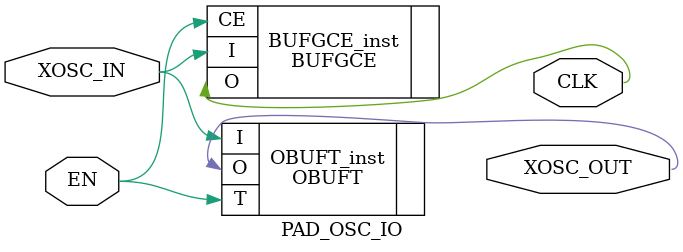
<source format=v>
/*
Copyright (c) 2019 Alibaba Group Holding Limited

Permission is hereby granted, free of charge, to any person obtaining a copy of this software and associated documentation files (the "Software"), to deal in the Software without restriction, including without limitation the rights to use, copy, modify, merge, publish, distribute, sublicense, and/or sell copies of the Software, and to permit persons to whom the Software is furnished to do so, subject to the following conditions:

The above copyright notice and this permission notice shall be included in all copies or substantial portions of the Software.

THE SOFTWARE IS PROVIDED "AS IS", WITHOUT WARRANTY OF ANY KIND, EXPRESS OR IMPLIED, INCLUDING BUT NOT LIMITED TO THE WARRANTIES OF MERCHANTABILITY, FITNESS FOR A PARTICULAR PURPOSE AND NONINFRINGEMENT. IN NO EVENT SHALL THE AUTHORS OR COPYRIGHT HOLDERS BE LIABLE FOR ANY CLAIM, DAMAGES OR OTHER LIABILITY, WHETHER IN AN ACTION OF CONTRACT, TORT OR OTHERWISE, ARISING FROM, OUT OF OR IN CONNECTION WITH THE SOFTWARE OR THE USE OR OTHER DEALINGS IN THE SOFTWARE.

*/
module PAD_OSC_IO(
    EN    ,
    XOSC_OUT    ,
    XOSC_IN,
    CLK
);

input    EN;
input    XOSC_IN;
output   XOSC_OUT;
output   CLK;

// assign CLK = EN ? XOSC_IN : 1'b0;
// assign XOSC_OUT = EN ? XOSC_IN : 1'b0;

BUFGCE BUFGCE_inst (
    .O(CLK),        // 1-bit output: Clock output
    .CE(EN),        // 1-bit input: Clock enable input for I0
    .I(XOSC_IN)     // 1-bit input: Primary clock
);

OBUFT OBUFT_inst (
    .O(XOSC_OUT),   // Buffer output (connect directly to top-level port)
    .I(XOSC_IN),    // Buffer input
    .T(EN)          // 3-state enable input
);

endmodule

</source>
